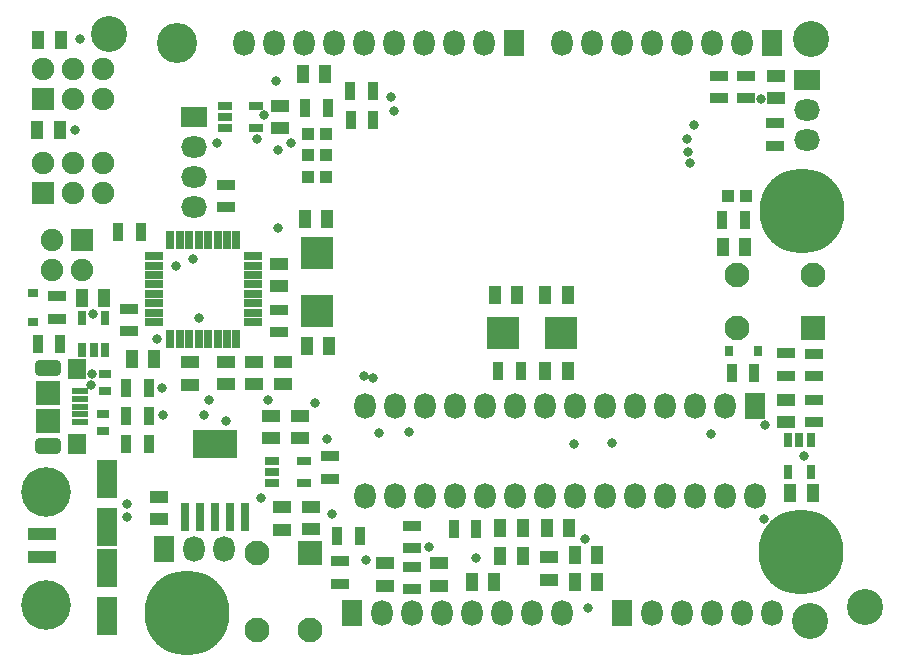
<source format=gts>
G04*
G04 #@! TF.GenerationSoftware,Altium Limited,Altium Designer,25.4.2 (15)*
G04*
G04 Layer_Color=8388736*
%FSLAX44Y44*%
%MOMM*%
G71*
G04*
G04 #@! TF.SameCoordinates,EB978DBB-77F5-4BF1-8C58-C0B6FF9767F6*
G04*
G04*
G04 #@! TF.FilePolarity,Negative*
G04*
G01*
G75*
%ADD34R,1.8000X3.2000*%
%ADD35R,1.5000X1.1000*%
%ADD36R,1.1000X1.5000*%
%ADD37R,1.0000X1.0000*%
%ADD38R,0.7588X0.8858*%
%ADD39R,1.4500X0.5000*%
%ADD40R,2.1000X2.1000*%
%ADD41R,1.6000X1.8000*%
%ADD42R,0.9000X1.5000*%
%ADD43R,2.4000X1.0000*%
%ADD44R,1.5000X0.9000*%
%ADD45R,0.6700X1.6200*%
%ADD46R,1.6200X0.6700*%
%ADD47R,3.7000X2.4000*%
%ADD48R,0.8000X2.4000*%
%ADD49R,0.7500X1.2000*%
%ADD50R,2.7000X2.8000*%
%ADD51R,1.1000X0.8000*%
%ADD52C,3.0480*%
%ADD53R,2.8000X2.7000*%
%ADD54R,1.2000X0.7500*%
%ADD55R,0.8858X0.7588*%
%ADD56R,1.9000X1.9000*%
%ADD57C,1.9000*%
%ADD58O,2.2000X1.8000*%
%ADD59R,2.2000X1.8000*%
G04:AMPARAMS|DCode=60|XSize=2.2mm|YSize=1.4mm|CornerRadius=0.4mm|HoleSize=0mm|Usage=FLASHONLY|Rotation=0.000|XOffset=0mm|YOffset=0mm|HoleType=Round|Shape=RoundedRectangle|*
%AMROUNDEDRECTD60*
21,1,2.2000,0.6000,0,0,0.0*
21,1,1.4000,1.4000,0,0,0.0*
1,1,0.8000,0.7000,-0.3000*
1,1,0.8000,-0.7000,-0.3000*
1,1,0.8000,-0.7000,0.3000*
1,1,0.8000,0.7000,0.3000*
%
%ADD60ROUNDEDRECTD60*%
%ADD61O,1.8000X2.2000*%
%ADD62R,1.8000X2.2000*%
%ADD63C,4.2000*%
%ADD64C,7.2000*%
%ADD65C,3.4000*%
%ADD66C,2.1000*%
%ADD67R,2.1000X2.1000*%
%ADD68C,0.8000*%
D34*
X72000Y23000D02*
D03*
Y64000D02*
D03*
X72000Y98500D02*
D03*
Y139500D02*
D03*
D35*
X142240Y219100D02*
D03*
Y238100D02*
D03*
X646938Y206350D02*
D03*
Y187350D02*
D03*
X211328Y192888D02*
D03*
Y173888D02*
D03*
X218000Y321500D02*
D03*
Y302500D02*
D03*
X447000Y73000D02*
D03*
Y54000D02*
D03*
X221000Y238500D02*
D03*
Y219500D02*
D03*
X116000Y105000D02*
D03*
Y124000D02*
D03*
X220218Y96418D02*
D03*
Y115418D02*
D03*
X218694Y436016D02*
D03*
Y455016D02*
D03*
X197000Y219500D02*
D03*
Y238500D02*
D03*
X173000Y219500D02*
D03*
Y238500D02*
D03*
X638762Y461500D02*
D03*
Y480500D02*
D03*
X307594Y67920D02*
D03*
Y48920D02*
D03*
X353822Y67920D02*
D03*
Y48920D02*
D03*
X235458Y192990D02*
D03*
Y173990D02*
D03*
X245110Y115520D02*
D03*
Y96520D02*
D03*
D36*
X405500Y74000D02*
D03*
X424500D02*
D03*
X443500Y295000D02*
D03*
X462500D02*
D03*
X612496Y335788D02*
D03*
X593496D02*
D03*
X650900Y127762D02*
D03*
X669900D02*
D03*
X419500Y295000D02*
D03*
X400500D02*
D03*
X487500Y52000D02*
D03*
X468500D02*
D03*
X258968Y359732D02*
D03*
X239968D02*
D03*
X260468Y251732D02*
D03*
X241468D02*
D03*
X13360Y434848D02*
D03*
X32360D02*
D03*
X14134Y510570D02*
D03*
X33134D02*
D03*
X237896Y481838D02*
D03*
X256896D02*
D03*
X487500Y75000D02*
D03*
X468500D02*
D03*
X443500Y231000D02*
D03*
X462500D02*
D03*
X400152Y52324D02*
D03*
X381152D02*
D03*
X405500Y98000D02*
D03*
X424500D02*
D03*
X444500D02*
D03*
X463500D02*
D03*
X69952Y292862D02*
D03*
X50952D02*
D03*
X112116Y240538D02*
D03*
X93116D02*
D03*
D37*
X242436Y395224D02*
D03*
X257436D02*
D03*
X613290Y378460D02*
D03*
X598290D02*
D03*
X257436Y431546D02*
D03*
X242436D02*
D03*
X257436Y413258D02*
D03*
X242436D02*
D03*
D38*
X598808Y247794D02*
D03*
X623192D02*
D03*
D39*
X49105Y187492D02*
D03*
Y193992D02*
D03*
Y200492D02*
D03*
Y206992D02*
D03*
Y213492D02*
D03*
D40*
X22355Y188492D02*
D03*
Y212492D02*
D03*
X244242Y76696D02*
D03*
D41*
X46855Y168492D02*
D03*
Y232492D02*
D03*
D42*
X593242Y358648D02*
D03*
X612242D02*
D03*
X403500Y231000D02*
D03*
X422500D02*
D03*
X240182Y453136D02*
D03*
X259182D02*
D03*
X100940Y348234D02*
D03*
X81940D02*
D03*
X88500Y216000D02*
D03*
X107500D02*
D03*
X88500Y193000D02*
D03*
X107500D02*
D03*
X385014Y97282D02*
D03*
X366014D02*
D03*
X286360Y90678D02*
D03*
X267360D02*
D03*
X13868Y253746D02*
D03*
X32868D02*
D03*
X620500Y229286D02*
D03*
X601500D02*
D03*
X278354Y467503D02*
D03*
X297353D02*
D03*
X297607Y443627D02*
D03*
X278608D02*
D03*
X107500Y169000D02*
D03*
X88500D02*
D03*
D43*
X17000Y73000D02*
D03*
Y93000D02*
D03*
D44*
X172742Y388179D02*
D03*
Y369179D02*
D03*
X638000Y421500D02*
D03*
Y440500D02*
D03*
X330708Y46074D02*
D03*
Y65074D02*
D03*
X670560Y187350D02*
D03*
Y206350D02*
D03*
X647050Y226574D02*
D03*
Y245574D02*
D03*
X261112Y158344D02*
D03*
Y139344D02*
D03*
X91000Y283500D02*
D03*
Y264500D02*
D03*
X269240Y69444D02*
D03*
Y50444D02*
D03*
X29972Y274980D02*
D03*
Y293980D02*
D03*
X670560Y245466D02*
D03*
Y226466D02*
D03*
X218000Y263500D02*
D03*
Y282500D02*
D03*
X613410Y480416D02*
D03*
Y461416D02*
D03*
X590296Y480416D02*
D03*
Y461416D02*
D03*
X330708Y99670D02*
D03*
Y80670D02*
D03*
D45*
X182000Y258000D02*
D03*
X174000D02*
D03*
X166000D02*
D03*
X158000D02*
D03*
X150000D02*
D03*
X142000D02*
D03*
X134000D02*
D03*
X126000D02*
D03*
Y342000D02*
D03*
X134000D02*
D03*
X142000D02*
D03*
X150000D02*
D03*
X158000D02*
D03*
X166000D02*
D03*
X174000D02*
D03*
X182000D02*
D03*
D46*
X112000Y272000D02*
D03*
Y280000D02*
D03*
Y288000D02*
D03*
Y296000D02*
D03*
Y304000D02*
D03*
Y312000D02*
D03*
Y320000D02*
D03*
Y328000D02*
D03*
X196000D02*
D03*
Y320000D02*
D03*
Y312000D02*
D03*
Y304000D02*
D03*
Y296000D02*
D03*
Y280000D02*
D03*
Y272000D02*
D03*
Y288000D02*
D03*
D47*
X164000Y169000D02*
D03*
D48*
X189400Y107000D02*
D03*
X176700D02*
D03*
X164000D02*
D03*
X151300D02*
D03*
X138600D02*
D03*
D49*
X668020Y171958D02*
D03*
Y144958D02*
D03*
X649020D02*
D03*
Y171958D02*
D03*
X658520D02*
D03*
X60960Y248628D02*
D03*
X70460D02*
D03*
Y275628D02*
D03*
X51460D02*
D03*
Y248628D02*
D03*
D50*
X456500Y263000D02*
D03*
X407500D02*
D03*
D51*
X69000Y179500D02*
D03*
Y194500D02*
D03*
X70524Y213500D02*
D03*
Y228500D02*
D03*
D52*
X713914Y30842D02*
D03*
X74422Y515874D02*
D03*
X668020Y511556D02*
D03*
X667512Y19304D02*
D03*
D53*
X249968Y330232D02*
D03*
Y281232D02*
D03*
D54*
X171920Y445516D02*
D03*
Y436016D02*
D03*
X198920D02*
D03*
Y455016D02*
D03*
X171920D02*
D03*
X212306Y145288D02*
D03*
Y135788D02*
D03*
X239306D02*
D03*
Y154788D02*
D03*
X212306D02*
D03*
D55*
X9652Y272288D02*
D03*
Y296672D02*
D03*
D56*
X50800Y342000D02*
D03*
X18034Y461010D02*
D03*
Y381254D02*
D03*
D57*
X25400Y342000D02*
D03*
X50800Y316600D02*
D03*
X25400D02*
D03*
X43434Y461010D02*
D03*
X68834D02*
D03*
X18034Y486410D02*
D03*
X43434D02*
D03*
X68834D02*
D03*
Y406654D02*
D03*
X43434D02*
D03*
X18034D02*
D03*
X68834Y381254D02*
D03*
X43434D02*
D03*
D58*
X146000Y369800D02*
D03*
Y395200D02*
D03*
Y420600D02*
D03*
X665000Y426000D02*
D03*
Y451400D02*
D03*
D59*
X146000Y446000D02*
D03*
X665000Y476800D02*
D03*
D60*
X22355Y233492D02*
D03*
Y167492D02*
D03*
D61*
X187960Y508000D02*
D03*
X213360D02*
D03*
X238760D02*
D03*
X264160D02*
D03*
X289560D02*
D03*
X314960D02*
D03*
X340360D02*
D03*
X365760D02*
D03*
X391160D02*
D03*
X146000Y80000D02*
D03*
X171400D02*
D03*
X635000Y25400D02*
D03*
X609600D02*
D03*
X584200D02*
D03*
X558800D02*
D03*
X533400D02*
D03*
X457200Y508000D02*
D03*
X482600D02*
D03*
X508000D02*
D03*
X533400D02*
D03*
X558800D02*
D03*
X584200D02*
D03*
X609600D02*
D03*
X595376Y201422D02*
D03*
X569976D02*
D03*
X544576D02*
D03*
X519176D02*
D03*
X493776D02*
D03*
X468376D02*
D03*
X442976D02*
D03*
X417576D02*
D03*
X392176D02*
D03*
X366776D02*
D03*
X341376D02*
D03*
X315976D02*
D03*
X290576D02*
D03*
X620776Y125222D02*
D03*
X595376D02*
D03*
X569976D02*
D03*
X544576D02*
D03*
X519176D02*
D03*
X493776D02*
D03*
X468376D02*
D03*
X442976D02*
D03*
X417576D02*
D03*
X392176D02*
D03*
X366776D02*
D03*
X341376D02*
D03*
X315976D02*
D03*
X290576D02*
D03*
X304800Y25400D02*
D03*
X330200D02*
D03*
X355600D02*
D03*
X381000D02*
D03*
X406400D02*
D03*
X431800D02*
D03*
X457200D02*
D03*
D62*
X416560Y508000D02*
D03*
X120600Y80000D02*
D03*
X508000Y25400D02*
D03*
X635000Y508000D02*
D03*
X620776Y201422D02*
D03*
X279400Y25400D02*
D03*
D63*
X21000Y128000D02*
D03*
Y33000D02*
D03*
D64*
X660400Y366014D02*
D03*
X139700Y25400D02*
D03*
X659892Y77470D02*
D03*
D65*
X131826Y508508D02*
D03*
D66*
X670500Y312326D02*
D03*
X605500Y267326D02*
D03*
Y312326D02*
D03*
X199242Y76696D02*
D03*
X244242Y11696D02*
D03*
X199242D02*
D03*
D67*
X670500Y267326D02*
D03*
D68*
X215646Y475996D02*
D03*
X114300Y258064D02*
D03*
X150622Y275844D02*
D03*
X258826Y173228D02*
D03*
X199390Y426720D02*
D03*
X477266Y88646D02*
D03*
X384556Y72390D02*
D03*
X344932Y81534D02*
D03*
X291846Y70358D02*
D03*
X227838Y423672D02*
D03*
X217170Y417830D02*
D03*
X165100Y423672D02*
D03*
X44958Y435102D02*
D03*
X49530Y512064D02*
D03*
X60452Y278638D02*
D03*
X629158Y185166D02*
D03*
X173228Y188722D02*
D03*
X217170Y351790D02*
D03*
X202946Y123444D02*
D03*
X262890Y109474D02*
D03*
X208534Y206502D02*
D03*
X248158Y203708D02*
D03*
X58928Y218565D02*
D03*
X59944Y227838D02*
D03*
X628650Y105410D02*
D03*
X479806Y29972D02*
D03*
X315468Y450850D02*
D03*
X312674Y462534D02*
D03*
X130810Y319786D02*
D03*
X145034Y325120D02*
D03*
X499618Y169418D02*
D03*
X468122Y169164D02*
D03*
X89408Y118364D02*
D03*
X89154Y107188D02*
D03*
X564642Y415798D02*
D03*
X154178Y193548D02*
D03*
X119634Y193040D02*
D03*
X158496Y205740D02*
D03*
X119126Y215900D02*
D03*
X205232Y447294D02*
D03*
X565658Y406654D02*
D03*
X583692Y177292D02*
D03*
X563372Y427482D02*
D03*
X569214Y438912D02*
D03*
X662142Y158372D02*
D03*
X626110Y461264D02*
D03*
X327660Y178816D02*
D03*
X289709Y226870D02*
D03*
X303022Y178054D02*
D03*
X297434Y224790D02*
D03*
M02*

</source>
